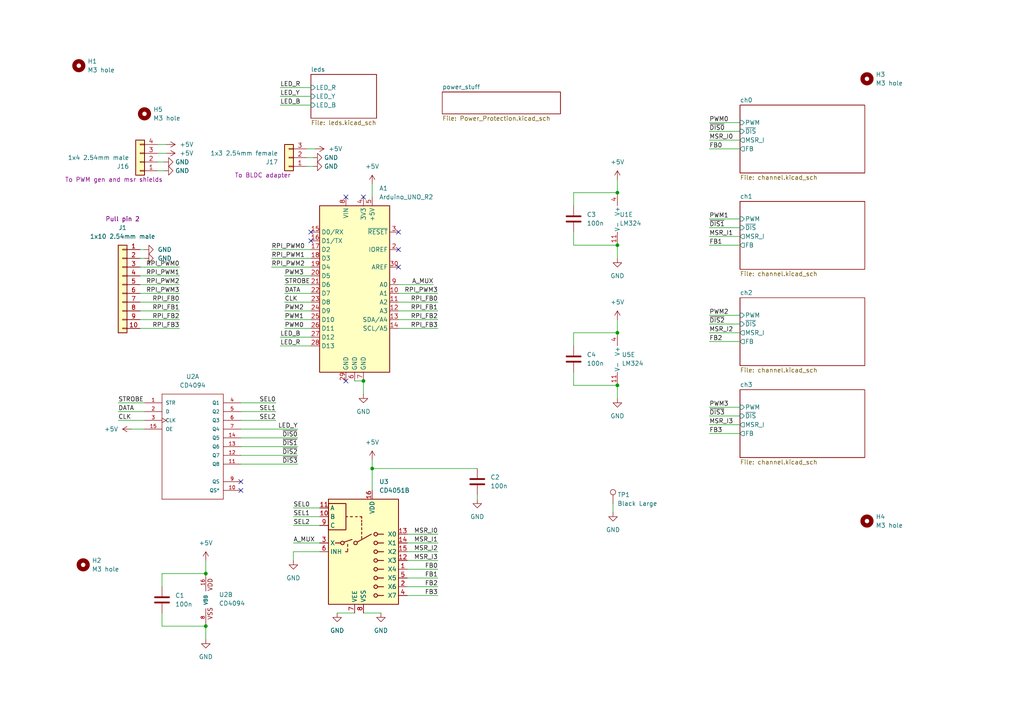
<source format=kicad_sch>
(kicad_sch (version 20231120) (generator "eeschema") (generator_version "8.0")
  (paper "A4")
  (lib_symbols
    (symbol "Amplifier_Operational:LM324" (pin_names (offset 0.127))
      (property "Reference" "U" (at 0 5.08 0))
      (property "Value" "LM324" (at 0 -5.08 0))
      (symbol "LM324_1_1"
        (polyline (pts (xy -5.08 5.08) (xy 5.08 0) (xy -5.08 -5.08) (xy -5.08 5.08)) (stroke (width 0.254)) (fill (type background)))
        (pin output line (at 7.62 0 180) (length 2.54) (name "~") (number "1"))
        (pin input line (at -7.62 -2.54 0) (length 2.54) (name "-") (number "2"))
        (pin input line (at -7.62 2.54 0) (length 2.54) (name "+") (number "3"))
      )
      (symbol "LM324_2_1"
        (polyline (pts (xy -5.08 5.08) (xy 5.08 0) (xy -5.08 -5.08) (xy -5.08 5.08)) (stroke (width 0.254)) (fill (type background)))
        (pin input line (at -7.62 2.54 0) (length 2.54) (name "+") (number "5"))
        (pin input line (at -7.62 -2.54 0) (length 2.54) (name "-") (number "6"))
        (pin output line (at 7.62 0 180) (length 2.54) (name "~") (number "7"))
      )
      (symbol "LM324_3_1"
        (polyline (pts (xy -5.08 5.08) (xy 5.08 0) (xy -5.08 -5.08) (xy -5.08 5.08)) (stroke (width 0.254)) (fill (type background)))
        (pin input line (at -7.62 2.54 0) (length 2.54) (name "+") (number "10"))
        (pin output line (at 7.62 0 180) (length 2.54) (name "~") (number "8"))
        (pin input line (at -7.62 -2.54 0) (length 2.54) (name "-") (number "9"))
      )
      (symbol "LM324_4_1"
        (polyline (pts (xy -5.08 5.08) (xy 5.08 0) (xy -5.08 -5.08) (xy -5.08 5.08)) (stroke (width 0.254)) (fill (type background)))
        (pin input line (at -7.62 2.54 0) (length 2.54) (name "+") (number "12"))
        (pin input line (at -7.62 -2.54 0) (length 2.54) (name "-") (number "13"))
        (pin output line (at 7.62 0 180) (length 2.54) (name "~") (number "14"))
      )
      (symbol "LM324_5_1"
        (pin power_in line (at -2.54 -7.62 90) (length 3.81) (name "V-") (number "11"))
        (pin power_in line (at -2.54 7.62 270) (length 3.81) (name "V+") (number "4"))
      )
    )
    (symbol "Analog_Switch:CD4051B"
      (property "Reference" "U" (at -10.16 16.51 0))
      (property "Value" "CD4051B" (at 3.81 16.51 0))
      (symbol "CD4051B_0_1"
        (rectangle (start -10.16 6.35) (end -5.08 13.97) (stroke (width 0.254)))
        (rectangle (start -10.16 15.24) (end 10.16 -15.24) (stroke (width 0.254)) (fill (type background)))
        (circle (center -6.096 2.54) (radius 0.508) (stroke (width 0.254)))
        (circle (center -2.286 2.54) (radius 0.508) (stroke (width 0.254)))
        (polyline (pts (xy -8.128 2.54) (xy -6.604 2.54)) (stroke (width 0.254)))
        (polyline (pts (xy -5.588 2.794) (xy -3.302 3.556)) (stroke (width 0.254)))
        (polyline (pts (xy -4.572 0) (xy -5.207 0)) (stroke (width 0.254)))
        (polyline (pts (xy -4.572 0.254) (xy -4.572 0.889)) (stroke (width 0.254)))
        (polyline (pts (xy -4.572 1.524) (xy -4.572 2.159)) (stroke (width 0.254)))
        (polyline (pts (xy -4.572 10.16) (xy -5.08 10.16)) (stroke (width 0.254)))
        (polyline (pts (xy -3.81 10.16) (xy -3.175 10.16)) (stroke (width 0.254)))
        (polyline (pts (xy -1.778 2.794) (xy 2.286 5.08)) (stroke (width 0.254)))
        (polyline (pts (xy -1.778 10.16) (xy -2.286 10.16)) (stroke (width 0.254)))
        (polyline (pts (xy -0.508 3.81) (xy -0.508 4.445)) (stroke (width 0.254)))
        (polyline (pts (xy -0.508 5.08) (xy -0.508 5.715)) (stroke (width 0.254)))
        (polyline (pts (xy -0.508 6.35) (xy -0.508 6.985)) (stroke (width 0.254)))
        (polyline (pts (xy -0.508 7.62) (xy -0.508 8.255)) (stroke (width 0.254)))
        (polyline (pts (xy -0.508 8.636) (xy -0.508 9.144)) (stroke (width 0.254)))
        (polyline (pts (xy -0.508 9.652) (xy -0.508 10.16)) (stroke (width 0.254)))
        (polyline (pts (xy -0.508 10.16) (xy -1.016 10.16)) (stroke (width 0.254)))
        (polyline (pts (xy 4.064 -12.7) (xy 5.842 -12.7)) (stroke (width 0.254)))
        (polyline (pts (xy 4.064 -10.16) (xy 5.842 -10.16)) (stroke (width 0.254)))
        (polyline (pts (xy 4.064 -7.62) (xy 5.842 -7.62)) (stroke (width 0.254)))
        (polyline (pts (xy 4.064 -5.08) (xy 5.842 -5.08)) (stroke (width 0.254)))
        (polyline (pts (xy 4.064 -2.54) (xy 5.842 -2.54)) (stroke (width 0.254)))
        (polyline (pts (xy 4.064 0) (xy 5.842 0)) (stroke (width 0.254)))
        (polyline (pts (xy 4.064 2.54) (xy 5.842 2.54)) (stroke (width 0.254)))
        (polyline (pts (xy 4.064 5.08) (xy 5.842 5.08)) (stroke (width 0.254)))
        (circle (center 3.556 -12.7) (radius 0.508) (stroke (width 0.254)))
        (circle (center 3.556 -10.16) (radius 0.508) (stroke (width 0.254)))
        (circle (center 3.556 -7.62) (radius 0.508) (stroke (width 0.254)))
        (circle (center 3.556 -5.08) (radius 0.508) (stroke (width 0.254)))
        (circle (center 3.556 -2.54) (radius 0.508) (stroke (width 0.254)))
        (circle (center 3.556 0) (radius 0.508) (stroke (width 0.254)))
        (circle (center 3.556 2.54) (radius 0.508) (stroke (width 0.254)))
        (circle (center 3.556 5.08) (radius 0.508) (stroke (width 0.254)))
      )
      (symbol "CD4051B_1_1"
        (pin bidirectional line (at 12.7 -5.08 180) (length 2.54) (name "X4") (number "1"))
        (pin input line (at -12.7 10.16 0) (length 2.54) (name "B") (number "10"))
        (pin input line (at -12.7 12.7 0) (length 2.54) (name "A") (number "11"))
        (pin bidirectional line (at 12.7 -2.54 180) (length 2.54) (name "X3") (number "12"))
        (pin bidirectional line (at 12.7 5.08 180) (length 2.54) (name "X0") (number "13"))
        (pin bidirectional line (at 12.7 2.54 180) (length 2.54) (name "X1") (number "14"))
        (pin bidirectional line (at 12.7 0 180) (length 2.54) (name "X2") (number "15"))
        (pin power_in line (at 2.54 17.78 270) (length 2.54) (name "VDD") (number "16"))
        (pin bidirectional line (at 12.7 -10.16 180) (length 2.54) (name "X6") (number "2"))
        (pin bidirectional line (at -12.7 2.54 0) (length 2.54) (name "X") (number "3"))
        (pin bidirectional line (at 12.7 -12.7 180) (length 2.54) (name "X7") (number "4"))
        (pin bidirectional line (at 12.7 -7.62 180) (length 2.54) (name "X5") (number "5"))
        (pin input line (at -12.7 0 0) (length 2.54) (name "INH") (number "6"))
        (pin power_in line (at -2.54 -17.78 90) (length 2.54) (name "VEE") (number "7"))
        (pin power_in line (at 0 -17.78 90) (length 2.54) (name "VSS") (number "8"))
        (pin input line (at -12.7 7.62 0) (length 2.54) (name "C") (number "9"))
      )
    )
    (symbol "Connector:TestPoint" (pin_numbers hide) (pin_names (offset 0.762) hide)
      (property "Reference" "TP" (at 0 6.858 0))
      (property "Value" "TestPoint" (at 0 5.08 0))
      (symbol "TestPoint_0_1"
        (circle (center 0 3.302) (radius 0.762))
      )
      (symbol "TestPoint_1_1"
        (pin passive line (at 0 0 90) (length 2.54) (name "1") (number "1"))
      )
    )
    (symbol "Connector_Generic:Conn_01x03" (pin_names (offset 1.016) hide)
      (property "Reference" "J" (at 0 5.08 0))
      (property "Value" "Conn_01x03" (at 0 -5.08 0))
      (symbol "Conn_01x03_1_1"
        (rectangle (start -1.27 -2.413) (end 0 -2.667) (stroke (width 0.1524)))
        (rectangle (start -1.27 0.127) (end 0 -0.127) (stroke (width 0.1524)))
        (rectangle (start -1.27 2.667) (end 0 2.413) (stroke (width 0.1524)))
        (rectangle (start -1.27 3.81) (end 1.27 -3.81) (stroke (width 0.254)) (fill (type background)))
        (pin passive line (at -5.08 2.54 0) (length 3.81) (name "Pin_1") (number "1"))
        (pin passive line (at -5.08 0 0) (length 3.81) (name "Pin_2") (number "2"))
        (pin passive line (at -5.08 -2.54 0) (length 3.81) (name "Pin_3") (number "3"))
      )
    )
    (symbol "Connector_Generic:Conn_01x04" (pin_names (offset 1.016) hide)
      (property "Reference" "J" (at 0 5.08 0))
      (property "Value" "Conn_01x04" (at 0 -7.62 0))
      (symbol "Conn_01x04_1_1"
        (rectangle (start -1.27 -4.953) (end 0 -5.207) (stroke (width 0.1524)))
        (rectangle (start -1.27 -2.413) (end 0 -2.667) (stroke (width 0.1524)))
        (rectangle (start -1.27 0.127) (end 0 -0.127) (stroke (width 0.1524)))
        (rectangle (start -1.27 2.667) (end 0 2.413) (stroke (width 0.1524)))
        (rectangle (start -1.27 3.81) (end 1.27 -6.35) (stroke (width 0.254)) (fill (type background)))
        (pin passive line (at -5.08 2.54 0) (length 3.81) (name "Pin_1") (number "1"))
        (pin passive line (at -5.08 0 0) (length 3.81) (name "Pin_2") (number "2"))
        (pin passive line (at -5.08 -2.54 0) (length 3.81) (name "Pin_3") (number "3"))
        (pin passive line (at -5.08 -5.08 0) (length 3.81) (name "Pin_4") (number "4"))
      )
    )
    (symbol "Connector_Generic:Conn_01x10" (pin_names (offset 1.016) hide)
      (property "Reference" "J" (at 0 12.7 0))
      (property "Value" "Conn_01x10" (at 0 -15.24 0))
      (symbol "Conn_01x10_1_1"
        (rectangle (start -1.27 -12.573) (end 0 -12.827) (stroke (width 0.1524)))
        (rectangle (start -1.27 -10.033) (end 0 -10.287) (stroke (width 0.1524)))
        (rectangle (start -1.27 -7.493) (end 0 -7.747) (stroke (width 0.1524)))
        (rectangle (start -1.27 -4.953) (end 0 -5.207) (stroke (width 0.1524)))
        (rectangle (start -1.27 -2.413) (end 0 -2.667) (stroke (width 0.1524)))
        (rectangle (start -1.27 0.127) (end 0 -0.127) (stroke (width 0.1524)))
        (rectangle (start -1.27 2.667) (end 0 2.413) (stroke (width 0.1524)))
        (rectangle (start -1.27 5.207) (end 0 4.953) (stroke (width 0.1524)))
        (rectangle (start -1.27 7.747) (end 0 7.493) (stroke (width 0.1524)))
        (rectangle (start -1.27 10.287) (end 0 10.033) (stroke (width 0.1524)))
        (rectangle (start -1.27 11.43) (end 1.27 -13.97) (stroke (width 0.254)) (fill (type background)))
        (pin passive line (at -5.08 10.16 0) (length 3.81) (name "Pin_1") (number "1"))
        (pin passive line (at -5.08 -12.7 0) (length 3.81) (name "Pin_10") (number "10"))
        (pin passive line (at -5.08 7.62 0) (length 3.81) (name "Pin_2") (number "2"))
        (pin passive line (at -5.08 5.08 0) (length 3.81) (name "Pin_3") (number "3"))
        (pin passive line (at -5.08 2.54 0) (length 3.81) (name "Pin_4") (number "4"))
        (pin passive line (at -5.08 0 0) (length 3.81) (name "Pin_5") (number "5"))
        (pin passive line (at -5.08 -2.54 0) (length 3.81) (name "Pin_6") (number "6"))
        (pin passive line (at -5.08 -5.08 0) (length 3.81) (name "Pin_7") (number "7"))
        (pin passive line (at -5.08 -7.62 0) (length 3.81) (name "Pin_8") (number "8"))
        (pin passive line (at -5.08 -10.16 0) (length 3.81) (name "Pin_9") (number "9"))
      )
    )
    (symbol "Device:C" (pin_numbers hide) (pin_names (offset 0.254))
      (property "Reference" "C" (at 0.635 2.54 0))
      (property "Value" "C" (at 0.635 -2.54 0))
      (symbol "C_0_1"
        (polyline (pts (xy -2.032 -0.762) (xy 2.032 -0.762)) (stroke (width 0.508)))
        (polyline (pts (xy -2.032 0.762) (xy 2.032 0.762)) (stroke (width 0.508)))
      )
      (symbol "C_1_1"
        (pin passive line (at 0 3.81 270) (length 2.794) (name "~") (number "1"))
        (pin passive line (at 0 -3.81 90) (length 2.794) (name "~") (number "2"))
      )
    )
    (symbol "Extra_Common:CD4094" (pin_names (offset 1.016))
      (property "Reference" "U" (at -10.16 15.875 0))
      (property "Value" "CD4094" (at -10.16 -17.78 0))
      (symbol "CD4094_1_0"
        (polyline (pts (xy -10.16 -15.24) (xy 7.62 -15.24)))
        (polyline (pts (xy -10.16 15.24) (xy -10.16 -15.24)))
        (polyline (pts (xy 7.62 -15.24) (xy 7.62 15.24)))
        (polyline (pts (xy 7.62 15.24) (xy -10.16 15.24)))
      )
      (symbol "CD4094_1_1"
        (pin input line (at -15.24 12.7 0) (length 5.08) (name "STR") (number "1"))
        (pin output line (at 12.7 -12.7 180) (length 5.08) (name "QS*") (number "10"))
        (pin output line (at 12.7 -5.08 180) (length 5.08) (name "Q8") (number "11"))
        (pin output line (at 12.7 -2.54 180) (length 5.08) (name "Q7") (number "12"))
        (pin output line (at 12.7 0 180) (length 5.08) (name "Q6") (number "13"))
        (pin output line (at 12.7 2.54 180) (length 5.08) (name "Q5") (number "14"))
        (pin input line (at -15.24 5.08 0) (length 5.08) (name "OE") (number "15"))
        (pin input line (at -15.24 10.16 0) (length 5.08) (name "D") (number "2"))
        (pin input clock (at -15.24 7.62 0) (length 5.08) (name "CLK") (number "3"))
        (pin output line (at 12.7 12.7 180) (length 5.08) (name "Q1") (number "4"))
        (pin output line (at 12.7 10.16 180) (length 5.08) (name "Q2") (number "5"))
        (pin output line (at 12.7 7.62 180) (length 5.08) (name "Q3") (number "6"))
        (pin output line (at 12.7 5.08 180) (length 5.08) (name "Q4") (number "7"))
        (pin output line (at 12.7 -10.16 180) (length 5.08) (name "QS") (number "9"))
      )
      (symbol "CD4094_2_0"
        (text "VDD" (at 1.27 4.445 1) (effects (font (size 1.27 1.27))))
        (text "VSS" (at 1.27 -3.937 1) (effects (font (size 1.27 1.27))))
      )
      (symbol "CD4094_2_1"
        (pin power_in line (at 0 7.62 270) (length 5.08) (name "VDD") (number "16"))
        (pin power_in line (at 0 -7.62 90) (length 5.08) (name "VSS") (number "8"))
      )
    )
    (symbol "MCU_Module:Arduino_UNO_R2"
      (property "Reference" "A" (at -10.16 23.495 0))
      (property "Value" "Arduino_UNO_R2" (at 5.08 -26.67 0))
      (symbol "Arduino_UNO_R2_0_1"
        (rectangle (start -10.16 22.86) (end 10.16 -25.4) (stroke (width 0.254)) (fill (type background)))
      )
      (symbol "Arduino_UNO_R2_1_1"
        (pin no_connect line (at -10.16 -20.32 0) (length 2.54) hide (name "NC") (number "1"))
        (pin bidirectional line (at 12.7 -2.54 180) (length 2.54) (name "A1") (number "10"))
        (pin bidirectional line (at 12.7 -5.08 180) (length 2.54) (name "A2") (number "11"))
        (pin bidirectional line (at 12.7 -7.62 180) (length 2.54) (name "A3") (number "12"))
        (pin bidirectional line (at 12.7 -10.16 180) (length 2.54) (name "SDA/A4") (number "13"))
        (pin bidirectional line (at 12.7 -12.7 180) (length 2.54) (name "SCL/A5") (number "14"))
        (pin bidirectional line (at -12.7 15.24 0) (length 2.54) (name "D0/RX") (number "15"))
        (pin bidirectional line (at -12.7 12.7 0) (length 2.54) (name "D1/TX") (number "16"))
        (pin bidirectional line (at -12.7 10.16 0) (length 2.54) (name "D2") (number "17"))
        (pin bidirectional line (at -12.7 7.62 0) (length 2.54) (name "D3") (number "18"))
        (pin bidirectional line (at -12.7 5.08 0) (length 2.54) (name "D4") (number "19"))
        (pin output line (at 12.7 10.16 180) (length 2.54) (name "IOREF") (number "2"))
        (pin bidirectional line (at -12.7 2.54 0) (length 2.54) (name "D5") (number "20"))
        (pin bidirectional line (at -12.7 0 0) (length 2.54) (name "D6") (number "21"))
        (pin bidirectional line (at -12.7 -2.54 0) (length 2.54) (name "D7") (number "22"))
        (pin bidirectional line (at -12.7 -5.08 0) (length 2.54) (name "D8") (number "23"))
        (pin bidirectional line (at -12.7 -7.62 0) (length 2.54) (name "D9") (number "24"))
        (pin bidirectional line (at -12.7 -10.16 0) (length 2.54) (name "D10") (number "25"))
        (pin bidirectional line (at -12.7 -12.7 0) (length 2.54) (name "D11") (number "26"))
        (pin bidirectional line (at -12.7 -15.24 0) (length 2.54) (name "D12") (number "27"))
        (pin bidirectional line (at -12.7 -17.78 0) (length 2.54) (name "D13") (number "28"))
        (pin power_in line (at -2.54 -27.94 90) (length 2.54) (name "GND") (number "29"))
        (pin input line (at 12.7 15.24 180) (length 2.54) (name "~{RESET}") (number "3"))
        (pin input line (at 12.7 5.08 180) (length 2.54) (name "AREF") (number "30"))
        (pin power_out line (at 2.54 25.4 270) (length 2.54) (name "3V3") (number "4"))
        (pin power_out line (at 5.08 25.4 270) (length 2.54) (name "+5V") (number "5"))
        (pin power_in line (at 0 -27.94 90) (length 2.54) (name "GND") (number "6"))
        (pin power_in line (at 2.54 -27.94 90) (length 2.54) (name "GND") (number "7"))
        (pin power_in line (at -2.54 25.4 270) (length 2.54) (name "VIN") (number "8"))
        (pin bidirectional line (at 12.7 0 180) (length 2.54) (name "A0") (number "9"))
      )
    )
    (symbol "Mechanical:MountingHole" (pin_names (offset 1.016))
      (property "Reference" "H" (at 0 5.08 0))
      (property "Value" "MountingHole" (at 0 3.175 0))
      (symbol "MountingHole_0_1"
        (circle (center 0 0) (radius 1.27) (stroke (width 1.27)))
      )
    )
    (symbol "power:+5V" (power) (pin_names (offset 0))
      (property "Value" "+5V" (at 0 3.556 0))
      (symbol "+5V_0_1"
        (polyline (pts (xy -0.762 1.27) (xy 0 2.54)))
        (polyline (pts (xy 0 0) (xy 0 2.54)))
        (polyline (pts (xy 0 2.54) (xy 0.762 1.27)))
      )
      (symbol "+5V_1_1"
        (pin power_in line (at 0 0 90) (length 0) hide (name "+5V") (number "1"))
      )
    )
    (symbol "power:GND" (power) (pin_names (offset 0))
      (property "Value" "GND" (at 0 -3.81 0))
      (symbol "GND_0_1"
        (polyline (pts (xy 0 0) (xy 0 -1.27) (xy 1.27 -1.27) (xy 0 -2.54) (xy -1.27 -1.27) (xy 0 -1.27)))
      )
      (symbol "GND_1_1"
        (pin power_in line (at 0 0 270) (length 0) hide (name "GND") (number "1"))
      )
    )
  )
  (junction (at 59.69 181.61))
  (junction (at 107.95 135.89))
  (junction (at 105.41 110.49))
  (junction (at 179.07 55.88))
  (junction (at 179.07 71.12))
  (junction (at 59.69 166.37))
  (junction (at 179.07 96.52))
  (junction (at 179.07 111.76))
  (no_connect (at 115.57 72.39))
  (no_connect (at 115.57 67.31))
  (no_connect (at 100.33 57.15))
  (no_connect (at 100.33 110.49))
  (no_connect (at 115.57 77.47))
  (no_connect (at 69.85 142.24))
  (no_connect (at 90.17 67.31))
  (no_connect (at 69.85 139.7))
  (no_connect (at 105.41 57.15))
  (no_connect (at 90.17 69.85))
  (wire (pts (xy 86.36 132.08) (xy 69.85 132.08)))
  (wire (pts (xy 179.07 52.07) (xy 179.07 55.88)))
  (wire (pts (xy 102.87 177.8) (xy 97.79 177.8)))
  (wire (pts (xy 115.57 82.55) (xy 125.73 82.55)))
  (wire (pts (xy 127 95.25) (xy 115.57 95.25)))
  (wire (pts (xy 179.07 55.88) (xy 166.37 55.88)))
  (wire (pts (xy 205.74 68.58) (xy 214.63 68.58)))
  (wire (pts (xy 47.625 46.99) (xy 45.72 46.99)))
  (wire (pts (xy 81.28 27.94) (xy 90.17 27.94)))
  (wire (pts (xy 80.01 121.92) (xy 69.85 121.92)))
  (wire (pts (xy 59.69 181.61) (xy 59.69 185.42)))
  (wire (pts (xy 69.85 124.46) (xy 86.36 124.46)))
  (wire (pts (xy 118.11 160.02) (xy 127 160.02)))
  (wire (pts (xy 205.74 125.73) (xy 214.63 125.73)))
  (wire (pts (xy 205.74 66.04) (xy 214.63 66.04)))
  (wire (pts (xy 82.55 87.63) (xy 90.17 87.63)))
  (wire (pts (xy 205.74 118.11) (xy 214.63 118.11)))
  (wire (pts (xy 85.09 157.48) (xy 92.71 157.48)))
  (wire (pts (xy 86.36 134.62) (xy 69.85 134.62)))
  (wire (pts (xy 46.99 181.61) (xy 46.99 177.8)))
  (wire (pts (xy 34.29 119.38) (xy 41.91 119.38)))
  (wire (pts (xy 59.69 181.61) (xy 46.99 181.61)))
  (wire (pts (xy 81.28 25.4) (xy 90.17 25.4)))
  (wire (pts (xy 127 165.1) (xy 118.11 165.1)))
  (wire (pts (xy 85.09 147.32) (xy 92.71 147.32)))
  (wire (pts (xy 82.55 85.09) (xy 90.17 85.09)))
  (wire (pts (xy 107.95 53.34) (xy 107.95 57.15)))
  (wire (pts (xy 138.43 143.51) (xy 138.43 144.78)))
  (wire (pts (xy 205.74 96.52) (xy 214.63 96.52)))
  (wire (pts (xy 52.07 87.63) (xy 40.64 87.63)))
  (wire (pts (xy 179.07 71.12) (xy 166.37 71.12)))
  (wire (pts (xy 47.625 49.53) (xy 45.72 49.53)))
  (wire (pts (xy 52.07 80.01) (xy 40.64 80.01)))
  (wire (pts (xy 38.1 124.46) (xy 41.91 124.46)))
  (wire (pts (xy 85.09 152.4) (xy 92.71 152.4)))
  (wire (pts (xy 81.28 30.48) (xy 90.17 30.48)))
  (wire (pts (xy 48.26 41.91) (xy 45.72 41.91)))
  (wire (pts (xy 105.41 110.49) (xy 105.41 114.3)))
  (wire (pts (xy 86.36 127) (xy 69.85 127)))
  (wire (pts (xy 41.91 72.39) (xy 40.64 72.39)))
  (wire (pts (xy 179.07 92.71) (xy 179.07 96.52)))
  (wire (pts (xy 179.07 111.76) (xy 166.37 111.76)))
  (wire (pts (xy 205.74 43.18) (xy 214.63 43.18)))
  (wire (pts (xy 166.37 111.76) (xy 166.37 107.95)))
  (wire (pts (xy 205.74 93.98) (xy 214.63 93.98)))
  (wire (pts (xy 82.55 90.17) (xy 90.17 90.17)))
  (wire (pts (xy 78.74 74.93) (xy 90.17 74.93)))
  (wire (pts (xy 105.41 177.8) (xy 110.49 177.8)))
  (wire (pts (xy 82.55 95.25) (xy 90.17 95.25)))
  (wire (pts (xy 127 170.18) (xy 118.11 170.18)))
  (wire (pts (xy 90.805 48.26) (xy 88.9 48.26)))
  (wire (pts (xy 127 167.64) (xy 118.11 167.64)))
  (wire (pts (xy 205.74 35.56) (xy 214.63 35.56)))
  (wire (pts (xy 205.74 38.1) (xy 214.63 38.1)))
  (wire (pts (xy 205.74 71.12) (xy 214.63 71.12)))
  (wire (pts (xy 78.74 77.47) (xy 90.17 77.47)))
  (wire (pts (xy 205.74 63.5) (xy 214.63 63.5)))
  (wire (pts (xy 85.09 160.02) (xy 85.09 162.56)))
  (wire (pts (xy 45.72 44.45) (xy 48.26 44.45)))
  (wire (pts (xy 118.11 157.48) (xy 127 157.48)))
  (wire (pts (xy 81.28 100.33) (xy 90.17 100.33)))
  (wire (pts (xy 40.64 85.09) (xy 52.07 85.09)))
  (wire (pts (xy 82.55 82.55) (xy 90.17 82.55)))
  (wire (pts (xy 118.11 162.56) (xy 127 162.56)))
  (wire (pts (xy 59.69 162.56) (xy 59.69 166.37)))
  (wire (pts (xy 41.91 74.93) (xy 40.64 74.93)))
  (wire (pts (xy 81.28 97.79) (xy 90.17 97.79)))
  (wire (pts (xy 107.95 135.89) (xy 138.43 135.89)))
  (wire (pts (xy 127 172.72) (xy 118.11 172.72)))
  (wire (pts (xy 166.37 96.52) (xy 166.37 100.33)))
  (wire (pts (xy 82.55 92.71) (xy 90.17 92.71)))
  (wire (pts (xy 86.36 129.54) (xy 69.85 129.54)))
  (wire (pts (xy 85.09 149.86) (xy 92.71 149.86)))
  (wire (pts (xy 107.95 135.89) (xy 107.95 142.24)))
  (wire (pts (xy 52.07 92.71) (xy 40.64 92.71)))
  (wire (pts (xy 52.07 95.25) (xy 40.64 95.25)))
  (wire (pts (xy 107.95 133.35) (xy 107.95 135.89)))
  (wire (pts (xy 82.55 80.01) (xy 90.17 80.01)))
  (wire (pts (xy 205.74 99.06) (xy 214.63 99.06)))
  (wire (pts (xy 46.99 166.37) (xy 46.99 170.18)))
  (wire (pts (xy 115.57 85.09) (xy 127 85.09)))
  (wire (pts (xy 177.8 148.59) (xy 177.8 146.05)))
  (wire (pts (xy 118.11 154.94) (xy 127 154.94)))
  (wire (pts (xy 127 90.17) (xy 115.57 90.17)))
  (wire (pts (xy 69.85 116.84) (xy 80.01 116.84)))
  (wire (pts (xy 78.74 72.39) (xy 90.17 72.39)))
  (wire (pts (xy 88.9 43.18) (xy 91.44 43.18)))
  (wire (pts (xy 69.85 119.38) (xy 80.01 119.38)))
  (wire (pts (xy 127 87.63) (xy 115.57 87.63)))
  (wire (pts (xy 127 92.71) (xy 115.57 92.71)))
  (wire (pts (xy 52.07 77.47) (xy 40.64 77.47)))
  (wire (pts (xy 205.74 40.64) (xy 214.63 40.64)))
  (wire (pts (xy 52.07 90.17) (xy 40.64 90.17)))
  (wire (pts (xy 179.07 71.12) (xy 179.07 74.93)))
  (wire (pts (xy 205.74 91.44) (xy 214.63 91.44)))
  (wire (pts (xy 34.29 116.84) (xy 41.91 116.84)))
  (wire (pts (xy 205.74 123.19) (xy 214.63 123.19)))
  (wire (pts (xy 179.07 111.76) (xy 179.07 115.57)))
  (wire (pts (xy 179.07 96.52) (xy 166.37 96.52)))
  (wire (pts (xy 52.07 82.55) (xy 40.64 82.55)))
  (wire (pts (xy 90.805 45.72) (xy 88.9 45.72)))
  (wire (pts (xy 34.29 121.92) (xy 41.91 121.92)))
  (wire (pts (xy 92.71 160.02) (xy 85.09 160.02)))
  (wire (pts (xy 166.37 71.12) (xy 166.37 67.31)))
  (wire (pts (xy 166.37 55.88) (xy 166.37 59.69)))
  (wire (pts (xy 59.69 166.37) (xy 46.99 166.37)))
  (wire (pts (xy 205.74 120.65) (xy 214.63 120.65)))
  (wire (pts (xy 102.87 110.49) (xy 105.41 110.49)))
  (label "RPI_FB1" (at 52.07 90.17 180))
  (label "PWM1" (at 205.74 63.5 0))
  (label "FB3" (at 205.74 125.73 0))
  (label "MSR_I1" (at 205.74 68.58 0))
  (label "RPI_PWM2" (at 78.74 77.47 0))
  (label "FB1" (at 205.74 71.12 0))
  (label "RPI_PWM1" (at 78.74 74.93 0))
  (label "LED_R" (at 81.28 25.4 0))
  (label "~{DIS0}" (at 205.74 38.1 0))
  (label "SEL2" (at 80.01 121.92 180))
  (label "RPI_FB3" (at 127 95.25 180))
  (label "PWM0" (at 205.74 35.56 0))
  (label "SEL2" (at 85.09 152.4 0))
  (label "RPI_FB3" (at 52.07 95.25 180))
  (label "CLK" (at 34.29 121.92 0))
  (label "A_MUX" (at 125.73 82.55 180))
  (label "PWM3" (at 82.55 80.01 0))
  (label "~{DIS0}" (at 86.36 127 180))
  (label "SEL0" (at 80.01 116.84 180))
  (label "SEL1" (at 85.09 149.86 0))
  (label "PWM3" (at 205.74 118.11 0))
  (label "SEL1" (at 80.01 119.38 180))
  (label "MSR_I2" (at 205.74 96.52 0))
  (label "LED_Y" (at 86.36 124.46 180))
  (label "MSR_I1" (at 127 157.48 180))
  (label "MSR_I3" (at 205.74 123.19 0))
  (label "RPI_PWM1" (at 52.07 80.01 180))
  (label "FB1" (at 127 167.64 180))
  (label "LED_R" (at 81.28 100.33 0))
  (label "LED_B" (at 81.28 97.79 0))
  (label "LED_B" (at 81.28 30.48 0))
  (label "RPI_PWM3" (at 127 85.09 180))
  (label "RPI_FB2" (at 127 92.71 180))
  (label "~{DIS2}" (at 86.36 132.08 180))
  (label "FB0" (at 127 165.1 180))
  (label "A_MUX" (at 85.09 157.48 0))
  (label "~{DIS3}" (at 86.36 134.62 180))
  (label "~{DIS3}" (at 205.74 120.65 0))
  (label "MSR_I3" (at 127 162.56 180))
  (label "RPI_FB0" (at 127 87.63 180))
  (label "CLK" (at 82.55 87.63 0))
  (label "RPI_FB2" (at 52.07 92.71 180))
  (label "PWM1" (at 82.55 92.71 0))
  (label "RPI_PWM3" (at 52.07 85.09 180))
  (label "FB2" (at 127 170.18 180))
  (label "RPI_PWM0" (at 52.07 77.47 180))
  (label "STROBE" (at 82.55 82.55 0))
  (label "~{DIS2}" (at 205.74 93.98 0))
  (label "RPI_FB1" (at 127 90.17 180))
  (label "STROBE" (at 34.29 116.84 0))
  (label "~{DIS1}" (at 205.74 66.04 0))
  (label "RPI_FB0" (at 52.07 87.63 180))
  (label "FB2" (at 205.74 99.06 0))
  (label "LED_Y" (at 81.28 27.94 0))
  (label "FB3" (at 127 172.72 180))
  (label "~{DIS1}" (at 86.36 129.54 180))
  (label "PWM2" (at 205.74 91.44 0))
  (label "PWM2" (at 82.55 90.17 0))
  (label "MSR_I0" (at 127 154.94 180))
  (label "RPI_PWM2" (at 52.07 82.55 180))
  (label "DATA" (at 82.55 85.09 0))
  (label "FB0" (at 205.74 43.18 0))
  (label "SEL0" (at 85.09 147.32 0))
  (label "DATA" (at 34.29 119.38 0))
  (label "MSR_I2" (at 127 160.02 180))
  (label "RPI_PWM0" (at 78.74 72.39 0))
  (label "MSR_I0" (at 205.74 40.64 0))
  (label "PWM0" (at 82.55 95.25 0))
  (symbol (lib_id "Extra_Common:CD4094") (at 57.15 129.54 0) (unit 1)
    (property "Reference" "U2" (at 55.88 109.22 0))
    (property "Value" "CD4094" (at 55.88 111.76 0))
    (property "Footprint" "Package_DIP:DIP-16_W7.62mm" (effects (hide yes)))
  )
  (symbol (lib_id "Connector_Generic:Conn_01x03") (at 83.82 45.72 180) (unit 1)
    (property "Reference" "J17" (at 80.645 46.9901 0) (effects (justify left)))
    (property "Value" "1x3 2.54mm female" (at 80.645 44.4501 0) (effects (justify left)))
    (property "Footprint" "Connector_PinSocket_2.54mm:PinSocket_1x03_P2.54mm_Vertical" (effects (hide yes)))
    (property "Comment" "To BLDC adapter" (at 76.2 50.8 0))
  )
  (symbol (lib_id "power:GND") (at 90.805 45.72 90) (mirror x) (unit 1)
    (property "Reference" "#PWR0115" (effects (hide yes)))
    (property "Value" "GND" (at 93.98 45.7199 90) (effects (justify right)))
  )
  (symbol (lib_id "Connector:TestPoint") (at 177.8 146.05 0) (unit 1)
    (property "Reference" "TP1" (at 179.07 143.51 0) (effects (justify left)))
    (property "Value" "Black Large" (at 179.07 146.05 0) (effects (justify left)))
    (property "Footprint" "TestPoint:TestPoint_THTPad_D2.0mm_Drill1.0mm" (effects (hide yes)))
    (property "Datasheet" "https://eu.mouser.com/datasheet/2/215/011-743681.pdf" (effects (hide yes)))
    (property "Distributor" "Mouser" (effects (hide yes)))
    (property "OC" "534-5011" (effects (hide yes)))
  )
  (symbol (lib_id "Connector_Generic:Conn_01x10") (at 35.56 82.55 0) (mirror y) (unit 1)
    (property "Reference" "J1" (at 35.56 66.04 0))
    (property "Value" "1x10 2.54mm male" (at 35.56 68.58 0))
    (property "Footprint" "Connector_PinHeader_2.54mm:PinHeader_1x10_P2.54mm_Vertical" (effects (hide yes)))
    (property "Mounting" "Pull pin 2" (at 35.56 63.5 0))
  )
  (symbol (lib_id "MCU_Module:Arduino_UNO_R2") (at 102.87 82.55 0) (unit 1)
    (property "Reference" "A1" (at 109.9694 54.61 0) (effects (justify left)))
    (property "Value" "Arduino_UNO_R2" (at 109.9694 57.15 0) (effects (justify left)))
    (property "Footprint" "Local:Arduino_UNO_R3_WithMountingHoles_Snapped_to_P2.54mm_Custom_Cutted_Pins" (effects (hide yes)))
    (property "Datasheet" "https://www.arduino.cc/en/Main/arduinoBoardUno" (effects (hide yes)))
  )
  (symbol (lib_id "power:GND") (at 47.625 46.99 90) (mirror x) (unit 1)
    (property "Reference" "#PWR070" (effects (hide yes)))
    (property "Value" "GND" (at 50.8 46.9899 90) (effects (justify right)))
  )
  (symbol (lib_id "power:+5V") (at 38.1 124.46 90) (unit 1)
    (property "Reference" "#PWR01" (effects (hide yes)))
    (property "Value" "+5V" (at 34.29 124.4599 90) (effects (justify left)))
  )
  (symbol (lib_id "Mechanical:MountingHole") (at 24.13 163.83 0) (unit 1)
    (property "Reference" "H2" (at 26.67 162.5599 0) (effects (justify left)))
    (property "Value" "M3 hole" (at 26.67 165.0999 0) (effects (justify left)))
    (property "Footprint" "MountingHole:MountingHole_3.2mm_M3" (effects (hide yes)))
  )
  (symbol (lib_id "Amplifier_Operational:LM324") (at 181.61 104.14 0) (unit 5)
    (property "Reference" "U5" (at 180.34 102.8699 0) (effects (justify left)))
    (property "Value" "LM324" (at 180.34 105.4099 0) (effects (justify left)))
    (property "Footprint" "Package_DIP:DIP-14_W7.62mm" (effects (hide yes)))
    (property "Datasheet" "http://www.ti.com/lit/ds/symlink/lm2902-n.pdf" (effects (hide yes)))
  )
  (symbol (lib_id "Device:C") (at 166.37 63.5 0) (mirror y) (unit 1)
    (property "Reference" "C3" (at 170.18 62.2299 0) (effects (justify right)))
    (property "Value" "100n" (at 170.18 64.7699 0) (effects (justify right)))
    (property "Footprint" "Capacitor_SMD:C_1206_3216Metric" (effects (hide yes)))
  )
  (symbol (lib_id "power:GND") (at 47.625 49.53 90) (mirror x) (unit 1)
    (property "Reference" "#PWR071" (effects (hide yes)))
    (property "Value" "GND" (at 50.8 49.5299 90) (effects (justify right)))
  )
  (symbol (lib_id "power:GND") (at 85.09 162.56 0) (unit 1)
    (property "Reference" "#PWR08" (effects (hide yes)))
    (property "Value" "GND" (at 85.09 167.64 0))
  )
  (symbol (lib_id "power:GND") (at 138.43 144.78 0) (unit 1)
    (property "Reference" "#PWR018" (effects (hide yes)))
    (property "Value" "GND" (at 138.43 149.86 0))
  )
  (symbol (lib_id "power:+5V") (at 179.07 92.71 0) (unit 1)
    (property "Reference" "#PWR021" (effects (hide yes)))
    (property "Value" "+5V" (at 179.07 87.63 0))
  )
  (symbol (lib_id "Mechanical:MountingHole") (at 251.46 151.13 0) (unit 1)
    (property "Reference" "H4" (at 254 149.8599 0) (effects (justify left)))
    (property "Value" "M3 hole" (at 254 152.3999 0) (effects (justify left)))
    (property "Footprint" "MountingHole:MountingHole_3.2mm_M3" (effects (hide yes)))
  )
  (symbol (lib_id "power:GND") (at 41.91 74.93 90) (mirror x) (unit 1)
    (property "Reference" "#PWR064" (effects (hide yes)))
    (property "Value" "GND" (at 45.72 74.9299 90) (effects (justify right)))
  )
  (symbol (lib_id "Analog_Switch:CD4051B") (at 105.41 160.02 0) (unit 1)
    (property "Reference" "U3" (at 109.9694 139.7 0) (effects (justify left)))
    (property "Value" "CD4051B" (at 109.9694 142.24 0) (effects (justify left)))
    (property "Footprint" "Package_DIP:DIP-16_W7.62mm" (effects (hide yes)))
    (property "Datasheet" "http://www.ti.com/lit/ds/symlink/cd4052b.pdf" (effects (hide yes)))
  )
  (symbol (lib_id "Mechanical:MountingHole") (at 251.46 22.86 0) (unit 1)
    (property "Reference" "H3" (at 254 21.5899 0) (effects (justify left)))
    (property "Value" "M3 hole" (at 254 24.1299 0) (effects (justify left)))
    (property "Footprint" "MountingHole:MountingHole_3.2mm_M3" (effects (hide yes)))
  )
  (symbol (lib_id "power:+5V") (at 107.95 53.34 0) (unit 1)
    (property "Reference" "#PWR013" (effects (hide yes)))
    (property "Value" "+5V" (at 107.95 48.26 0))
  )
  (symbol (lib_id "power:+5V") (at 59.69 162.56 0) (unit 1)
    (property "Reference" "#PWR05" (effects (hide yes)))
    (property "Value" "+5V" (at 59.69 157.48 0))
  )
  (symbol (lib_id "power:GND") (at 105.41 114.3 0) (unit 1)
    (property "Reference" "#PWR010" (effects (hide yes)))
    (property "Value" "GND" (at 105.41 119.38 0))
  )
  (symbol (lib_id "power:GND") (at 110.49 177.8 0) (unit 1)
    (property "Reference" "#PWR017" (effects (hide yes)))
    (property "Value" "GND" (at 110.49 182.88 0))
  )
  (symbol (lib_id "Connector_Generic:Conn_01x04") (at 40.64 46.99 180) (unit 1)
    (property "Reference" "J16" (at 37.465 48.2601 0) (effects (justify left)))
    (property "Value" "1x4 2.54mm male" (at 37.465 45.7201 0) (effects (justify left)))
    (property "Footprint" "Connector_PinHeader_2.54mm:PinHeader_1x04_P2.54mm_Vertical" (effects (hide yes)))
    (property "Comment" "To PWM gen and msr shields" (at 33.02 52.07 0))
  )
  (symbol (lib_id "power:GND") (at 90.805 48.26 90) (mirror x) (unit 1)
    (property "Reference" "#PWR0114" (effects (hide yes)))
    (property "Value" "GND" (at 93.98 48.2599 90) (effects (justify right)))
  )
  (symbol (lib_id "power:+5V") (at 48.26 44.45 270) (unit 1)
    (property "Reference" "#PWR073" (effects (hide yes)))
    (property "Value" "+5V" (at 52.07 44.4499 90) (effects (justify left)))
  )
  (symbol (lib_id "power:GND") (at 179.07 74.93 0) (unit 1)
    (property "Reference" "#PWR020" (effects (hide yes)))
    (property "Value" "GND" (at 179.07 80.01 0))
  )
  (symbol (lib_id "power:+5V") (at 91.44 43.18 270) (unit 1)
    (property "Reference" "#PWR0113" (effects (hide yes)))
    (property "Value" "+5V" (at 95.25 43.1799 90) (effects (justify left)))
  )
  (symbol (lib_id "Mechanical:MountingHole") (at 22.86 19.05 0) (unit 1)
    (property "Reference" "H1" (at 25.4 17.7799 0) (effects (justify left)))
    (property "Value" "M3 hole" (at 25.4 20.3199 0) (effects (justify left)))
    (property "Footprint" "MountingHole:MountingHole_3.2mm_M3" (effects (hide yes)))
  )
  (symbol (lib_id "Mechanical:MountingHole") (at 41.91 33.02 0) (unit 1)
    (property "Reference" "H5" (at 44.45 31.7499 0) (effects (justify left)))
    (property "Value" "M3 hole" (at 44.45 34.2899 0) (effects (justify left)))
    (property "Footprint" "MountingHole:MountingHole_3.2mm_M3" (effects (hide yes)))
  )
  (symbol (lib_id "power:GND") (at 177.8 148.59 0) (unit 1)
    (property "Reference" "#PWR074" (effects (hide yes)))
    (property "Value" "GND" (at 177.8 153.67 0))
    (property "Description" "Power symbol creates a global label with name \"GND\" , ground" (effects (hide yes)))
  )
  (symbol (lib_id "power:GND") (at 97.79 177.8 0) (unit 1)
    (property "Reference" "#PWR09" (effects (hide yes)))
    (property "Value" "GND" (at 97.79 182.88 0))
  )
  (symbol (lib_id "Extra_Common:CD4094") (at 59.69 173.99 0) (unit 2)
    (property "Reference" "U2" (at 63.5 172.4658 0) (effects (justify left)))
    (property "Value" "CD4094" (at 63.5 175.0058 0) (effects (justify left)))
    (property "Footprint" "Package_DIP:DIP-16_W7.62mm" (effects (hide yes)))
  )
  (symbol (lib_id "power:GND") (at 179.07 115.57 0) (unit 1)
    (property "Reference" "#PWR022" (effects (hide yes)))
    (property "Value" "GND" (at 179.07 120.65 0))
  )
  (symbol (lib_id "Amplifier_Operational:LM324") (at 181.61 63.5 0) (unit 5)
    (property "Reference" "U1" (at 179.705 62.2299 0) (effects (justify left)))
    (property "Value" "LM324" (at 179.705 64.7699 0) (effects (justify left)))
    (property "Footprint" "Package_DIP:DIP-14_W7.62mm" (effects (hide yes)))
    (property "Datasheet" "http://www.ti.com/lit/ds/symlink/lm2902-n.pdf" (effects (hide yes)))
  )
  (symbol (lib_id "power:+5V") (at 48.26 41.91 270) (unit 1)
    (property "Reference" "#PWR072" (effects (hide yes)))
    (property "Value" "+5V" (at 52.07 41.9099 90) (effects (justify left)))
  )
  (symbol (lib_id "power:+5V") (at 107.95 133.35 0) (unit 1)
    (property "Reference" "#PWR016" (effects (hide yes)))
    (property "Value" "+5V" (at 107.95 128.27 0))
  )
  (symbol (lib_id "power:+5V") (at 179.07 52.07 0) (unit 1)
    (property "Reference" "#PWR019" (effects (hide yes)))
    (property "Value" "+5V" (at 179.07 46.99 0))
  )
  (symbol (lib_id "Device:C") (at 138.43 139.7 0) (unit 1)
    (property "Reference" "C2" (at 142.24 138.4299 0) (effects (justify left)))
    (property "Value" "100n" (at 142.24 140.9699 0) (effects (justify left)))
    (property "Footprint" "For_Rasterboard:C_Disc_D3.0mm_W1.6mm_P2.50mm" (effects (hide yes)))
  )
  (symbol (lib_id "power:GND") (at 59.69 185.42 0) (unit 1)
    (property "Reference" "#PWR06" (effects (hide yes)))
    (property "Value" "GND" (at 59.69 190.5 0))
  )
  (symbol (lib_id "power:GND") (at 41.91 72.39 90) (mirror x) (unit 1)
    (property "Reference" "#PWR02" (effects (hide yes)))
    (property "Value" "GND" (at 45.72 72.3899 90) (effects (justify right)))
  )
  (symbol (lib_id "Device:C") (at 166.37 104.14 0) (unit 1)
    (property "Reference" "C4" (at 170.18 102.8699 0) (effects (justify left)))
    (property "Value" "100n" (at 170.18 105.4099 0) (effects (justify left)))
    (property "Footprint" "Capacitor_SMD:C_1206_3216Metric" (effects (hide yes)))
  )
  (symbol (lib_id "Device:C") (at 46.99 173.99 0) (unit 1)
    (property "Reference" "C1" (at 50.8 172.7199 0) (effects (justify left)))
    (property "Value" "100n" (at 50.8 175.2599 0) (effects (justify left)))
    (property "Footprint" "For_Rasterboard:C_Disc_D3.0mm_W1.6mm_P2.50mm" (effects (hide yes)))
  )
  (sheet (at 214.63 86.36) (size 36.195 19.685) (stroke (width 0.1524))
    (property "Sheetname" "ch2" (at 214.63 85.6484 0) (effects (justify left bottom)))
    (property "Sheetfile" "channel.kicad_sch" (at 214.63 106.6296 0) (effects (justify left top)))
    (pin "PWM" input (at 214.63 91.44 180))
    (pin "~{DIS}" input (at 214.63 93.98 180))
    (pin "MSR_I" output (at 214.63 96.52 180))
    (pin "FB" output (at 214.63 99.06 180))
  )
  (sheet (at 214.63 30.48) (size 36.195 19.685) (stroke (width 0.1524))
    (property "Sheetname" "ch0" (at 214.63 29.7684 0) (effects (justify left bottom)))
    (property "Sheetfile" "channel.kicad_sch" (at 214.63 50.7496 0) (effects (justify left top)))
    (pin "PWM" input (at 214.63 35.56 180))
    (pin "~{DIS}" input (at 214.63 38.1 180))
    (pin "MSR_I" output (at 214.63 40.64 180))
    (pin "FB" output (at 214.63 43.18 180))
  )
  (sheet (at 90.17 21.59) (size 19.05 12.7) (stroke (width 0.1524))
    (property "Sheetname" "leds" (at 90.17 20.8784 0) (effects (justify left bottom)))
    (property "Sheetfile" "leds.kicad_sch" (at 90.17 34.8746 0) (effects (justify left top)))
    (pin "LED_Y" input (at 90.17 27.94 180))
    (pin "LED_R" input (at 90.17 25.4 180))
    (pin "LED_B" input (at 90.17 30.48 180))
  )
  (sheet (at 128.27 26.67) (size 34.29 6.35) (stroke (width 0.1524))
    (property "Sheetname" "power_stuff" (at 128.27 25.9584 0) (effects (justify left bottom)))
    (property "Sheetfile" "Power_Protection.kicad_sch" (at 128.27 33.6046 0) (effects (justify left top)))
  )
  (sheet (at 214.63 58.42) (size 36.195 19.685) (stroke (width 0.1524))
    (property "Sheetname" "ch1" (at 214.63 57.7084 0) (effects (justify left bottom)))
    (property "Sheetfile" "channel.kicad_sch" (at 214.63 78.6896 0) (effects (justify left top)))
    (pin "PWM" input (at 214.63 63.5 180))
    (pin "~{DIS}" input (at 214.63 66.04 180))
    (pin "MSR_I" output (at 214.63 68.58 180))
    (pin "FB" output (at 214.63 71.12 180))
  )
  (sheet (at 214.63 113.03) (size 36.195 19.685) (stroke (width 0.1524))
    (property "Sheetname" "ch3" (at 214.63 112.3184 0) (effects (justify left bottom)))
    (property "Sheetfile" "channel.kicad_sch" (at 214.63 133.2996 0) (effects (justify left top)))
    (pin "PWM" input (at 214.63 118.11 180))
    (pin "~{DIS}" input (at 214.63 120.65 180))
    (pin "MSR_I" output (at 214.63 123.19 180))
    (pin "FB" output (at 214.63 125.73 180))
  )
)
</source>
